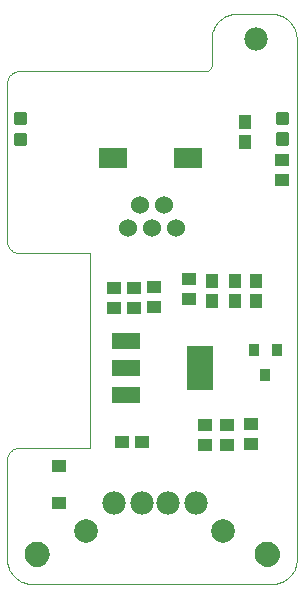
<source format=gts>
G75*
%MOIN*%
%OFA0B0*%
%FSLAX24Y24*%
%IPPOS*%
%LPD*%
%AMOC8*
5,1,8,0,0,1.08239X$1,22.5*
%
%ADD10C,0.0000*%
%ADD11C,0.0827*%
%ADD12R,0.0473X0.0434*%
%ADD13R,0.0920X0.0520*%
%ADD14R,0.0906X0.1457*%
%ADD15R,0.0434X0.0473*%
%ADD16R,0.0453X0.0414*%
%ADD17R,0.0355X0.0394*%
%ADD18C,0.0130*%
%ADD19C,0.0780*%
%ADD20C,0.0788*%
%ADD21C,0.0600*%
%ADD22R,0.0946X0.0670*%
D10*
X003031Y003256D02*
X003031Y006602D01*
X003033Y006641D01*
X003039Y006679D01*
X003048Y006716D01*
X003061Y006753D01*
X003078Y006788D01*
X003097Y006821D01*
X003120Y006852D01*
X003146Y006881D01*
X003175Y006907D01*
X003206Y006930D01*
X003239Y006949D01*
X003274Y006966D01*
X003311Y006979D01*
X003348Y006988D01*
X003386Y006994D01*
X003425Y006996D01*
X005787Y006996D01*
X005787Y013492D01*
X003425Y013492D01*
X003425Y013491D02*
X003386Y013493D01*
X003348Y013499D01*
X003311Y013508D01*
X003274Y013521D01*
X003239Y013538D01*
X003206Y013557D01*
X003175Y013580D01*
X003146Y013606D01*
X003120Y013635D01*
X003097Y013666D01*
X003078Y013699D01*
X003061Y013734D01*
X003048Y013771D01*
X003039Y013808D01*
X003033Y013846D01*
X003031Y013885D01*
X003031Y019161D01*
X003033Y019200D01*
X003039Y019238D01*
X003048Y019275D01*
X003061Y019312D01*
X003078Y019347D01*
X003097Y019380D01*
X003120Y019411D01*
X003146Y019440D01*
X003175Y019466D01*
X003206Y019489D01*
X003239Y019508D01*
X003274Y019525D01*
X003311Y019538D01*
X003348Y019547D01*
X003386Y019553D01*
X003425Y019555D01*
X009645Y019555D01*
X009671Y019557D01*
X009696Y019562D01*
X009720Y019570D01*
X009744Y019581D01*
X009765Y019596D01*
X009784Y019613D01*
X009801Y019632D01*
X009816Y019654D01*
X009827Y019677D01*
X009835Y019701D01*
X009840Y019726D01*
X009842Y019752D01*
X009842Y020578D01*
X010630Y021466D02*
X011889Y021466D01*
X011944Y021460D01*
X011998Y021452D01*
X012051Y021440D01*
X012104Y021424D01*
X012156Y021405D01*
X012206Y021383D01*
X012254Y021357D01*
X012301Y021328D01*
X012346Y021297D01*
X012389Y021262D01*
X012429Y021225D01*
X012467Y021185D01*
X012502Y021143D01*
X012534Y021098D01*
X012563Y021052D01*
X012589Y021003D01*
X012612Y020954D01*
X012632Y020902D01*
X012648Y020850D01*
X012661Y020796D01*
X012670Y020742D01*
X012676Y020688D01*
X012678Y020633D01*
X012677Y020578D01*
X012677Y003256D01*
X012676Y003256D02*
X012674Y003202D01*
X012669Y003149D01*
X012660Y003096D01*
X012647Y003044D01*
X012631Y002992D01*
X012611Y002942D01*
X012588Y002894D01*
X012561Y002847D01*
X012532Y002802D01*
X012499Y002759D01*
X012464Y002719D01*
X012426Y002681D01*
X012386Y002646D01*
X012343Y002613D01*
X012298Y002584D01*
X012251Y002557D01*
X012203Y002534D01*
X012153Y002514D01*
X012101Y002498D01*
X012049Y002485D01*
X011996Y002476D01*
X011943Y002471D01*
X011889Y002469D01*
X011889Y002468D02*
X003819Y002468D01*
X003819Y002469D02*
X003765Y002471D01*
X003712Y002476D01*
X003659Y002485D01*
X003607Y002498D01*
X003555Y002514D01*
X003505Y002534D01*
X003457Y002557D01*
X003410Y002584D01*
X003365Y002613D01*
X003322Y002646D01*
X003282Y002681D01*
X003244Y002719D01*
X003209Y002759D01*
X003176Y002802D01*
X003147Y002847D01*
X003120Y002894D01*
X003097Y002942D01*
X003077Y002992D01*
X003061Y003044D01*
X003048Y003096D01*
X003039Y003149D01*
X003034Y003202D01*
X003032Y003256D01*
X003621Y003452D02*
X003623Y003491D01*
X003629Y003530D01*
X003639Y003568D01*
X003652Y003605D01*
X003669Y003640D01*
X003689Y003674D01*
X003713Y003705D01*
X003740Y003734D01*
X003769Y003760D01*
X003801Y003783D01*
X003835Y003803D01*
X003871Y003819D01*
X003908Y003831D01*
X003947Y003840D01*
X003986Y003845D01*
X004025Y003846D01*
X004064Y003843D01*
X004103Y003836D01*
X004140Y003825D01*
X004177Y003811D01*
X004212Y003793D01*
X004245Y003772D01*
X004276Y003747D01*
X004304Y003720D01*
X004329Y003690D01*
X004351Y003657D01*
X004370Y003623D01*
X004385Y003587D01*
X004397Y003549D01*
X004405Y003511D01*
X004409Y003472D01*
X004409Y003432D01*
X004405Y003393D01*
X004397Y003355D01*
X004385Y003317D01*
X004370Y003281D01*
X004351Y003247D01*
X004329Y003214D01*
X004304Y003184D01*
X004276Y003157D01*
X004245Y003132D01*
X004212Y003111D01*
X004177Y003093D01*
X004140Y003079D01*
X004103Y003068D01*
X004064Y003061D01*
X004025Y003058D01*
X003986Y003059D01*
X003947Y003064D01*
X003908Y003073D01*
X003871Y003085D01*
X003835Y003101D01*
X003801Y003121D01*
X003769Y003144D01*
X003740Y003170D01*
X003713Y003199D01*
X003689Y003230D01*
X003669Y003264D01*
X003652Y003299D01*
X003639Y003336D01*
X003629Y003374D01*
X003623Y003413D01*
X003621Y003452D01*
X011299Y003452D02*
X011301Y003491D01*
X011307Y003530D01*
X011317Y003568D01*
X011330Y003605D01*
X011347Y003640D01*
X011367Y003674D01*
X011391Y003705D01*
X011418Y003734D01*
X011447Y003760D01*
X011479Y003783D01*
X011513Y003803D01*
X011549Y003819D01*
X011586Y003831D01*
X011625Y003840D01*
X011664Y003845D01*
X011703Y003846D01*
X011742Y003843D01*
X011781Y003836D01*
X011818Y003825D01*
X011855Y003811D01*
X011890Y003793D01*
X011923Y003772D01*
X011954Y003747D01*
X011982Y003720D01*
X012007Y003690D01*
X012029Y003657D01*
X012048Y003623D01*
X012063Y003587D01*
X012075Y003549D01*
X012083Y003511D01*
X012087Y003472D01*
X012087Y003432D01*
X012083Y003393D01*
X012075Y003355D01*
X012063Y003317D01*
X012048Y003281D01*
X012029Y003247D01*
X012007Y003214D01*
X011982Y003184D01*
X011954Y003157D01*
X011923Y003132D01*
X011890Y003111D01*
X011855Y003093D01*
X011818Y003079D01*
X011781Y003068D01*
X011742Y003061D01*
X011703Y003058D01*
X011664Y003059D01*
X011625Y003064D01*
X011586Y003073D01*
X011549Y003085D01*
X011513Y003101D01*
X011479Y003121D01*
X011447Y003144D01*
X011418Y003170D01*
X011391Y003199D01*
X011367Y003230D01*
X011347Y003264D01*
X011330Y003299D01*
X011317Y003336D01*
X011307Y003374D01*
X011301Y003413D01*
X011299Y003452D01*
X009842Y020578D02*
X009841Y020633D01*
X009843Y020688D01*
X009849Y020742D01*
X009858Y020796D01*
X009871Y020850D01*
X009887Y020902D01*
X009907Y020954D01*
X009930Y021003D01*
X009956Y021052D01*
X009985Y021098D01*
X010017Y021143D01*
X010052Y021185D01*
X010090Y021225D01*
X010130Y021262D01*
X010173Y021297D01*
X010218Y021328D01*
X010265Y021357D01*
X010313Y021383D01*
X010363Y021405D01*
X010415Y021424D01*
X010468Y021440D01*
X010521Y021452D01*
X010575Y021460D01*
X010630Y021466D01*
D11*
X011693Y003452D03*
X004015Y003452D03*
D12*
X006860Y007198D03*
X007529Y007198D03*
X009636Y007095D03*
X009636Y007765D03*
X010352Y007765D03*
X010352Y007095D03*
X011145Y007116D03*
X011145Y007785D03*
X009092Y011954D03*
X009092Y012623D03*
X007912Y012352D03*
X007912Y011683D03*
X007250Y011667D03*
X007250Y012337D03*
X006594Y012323D03*
X006594Y011654D03*
X012205Y015920D03*
X012205Y016589D03*
D13*
X007005Y010575D03*
X007005Y009665D03*
X007005Y008755D03*
D14*
X009445Y009665D03*
D15*
X009852Y011907D03*
X009852Y012576D03*
X010615Y012576D03*
X010615Y011907D03*
X011327Y011907D03*
X011327Y012576D03*
X010966Y017189D03*
X010966Y017858D03*
D16*
X004761Y006396D03*
X004761Y005176D03*
D17*
X011259Y010244D03*
X011633Y009417D03*
X012007Y010244D03*
D18*
X012053Y017142D02*
X012357Y017142D01*
X012053Y017142D02*
X012053Y017446D01*
X012357Y017446D01*
X012357Y017142D01*
X012357Y017271D02*
X012053Y017271D01*
X012053Y017400D02*
X012357Y017400D01*
X012357Y017833D02*
X012053Y017833D01*
X012053Y018137D01*
X012357Y018137D01*
X012357Y017833D01*
X012357Y017962D02*
X012053Y017962D01*
X012053Y018091D02*
X012357Y018091D01*
X003615Y017818D02*
X003311Y017818D01*
X003311Y018122D01*
X003615Y018122D01*
X003615Y017818D01*
X003615Y017947D02*
X003311Y017947D01*
X003311Y018076D02*
X003615Y018076D01*
X003615Y017127D02*
X003311Y017127D01*
X003311Y017431D01*
X003615Y017431D01*
X003615Y017127D01*
X003615Y017256D02*
X003311Y017256D01*
X003311Y017385D02*
X003615Y017385D01*
D19*
X006574Y005161D03*
X007509Y005161D03*
X008396Y005161D03*
X009330Y005161D03*
X011313Y020636D03*
D20*
X010236Y004216D03*
X005669Y004216D03*
D21*
X007067Y014317D03*
X007460Y015104D03*
X007854Y014317D03*
X008248Y015104D03*
X008641Y014317D03*
D22*
X009045Y016667D03*
X006565Y016667D03*
M02*

</source>
